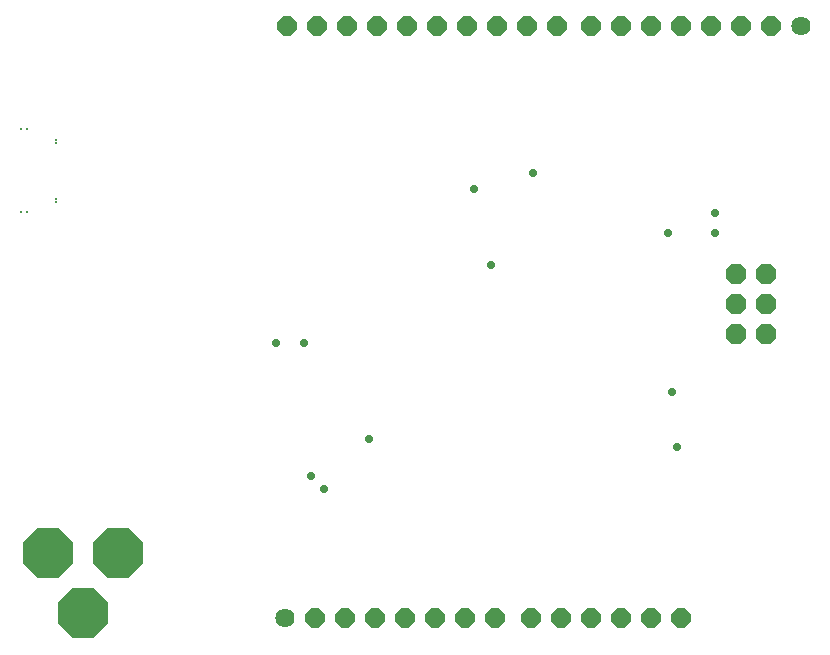
<source format=gbs>
G04*
G04 #@! TF.GenerationSoftware,Altium Limited,Altium Designer,22.2.1 (43)*
G04*
G04 Layer_Color=16711935*
%FSLAX25Y25*%
%MOIN*%
G70*
G04*
G04 #@! TF.SameCoordinates,7339C814-AE53-45AD-ACDF-668E24E4BB01*
G04*
G04*
G04 #@! TF.FilePolarity,Negative*
G04*
G01*
G75*
%ADD76C,0.00800*%
%ADD77P,0.17912X8X202.5*%
%ADD78P,0.17912X8X112.5*%
%ADD79P,0.06927X8X292.5*%
%ADD81P,0.07471X8X292.5*%
%ADD82C,0.02800*%
%ADD93C,0.06400*%
D76*
X20836Y148574D02*
D03*
Y147574D02*
D03*
X9236Y171674D02*
D03*
X20836Y167174D02*
D03*
X11236Y171674D02*
D03*
X20836Y168174D02*
D03*
X9236Y144074D02*
D03*
X11236D02*
D03*
D77*
X29921Y10630D02*
D03*
D78*
X41721Y30330D02*
D03*
X18121D02*
D03*
D79*
X188031Y206299D02*
D03*
X178032D02*
D03*
X168032D02*
D03*
X158031D02*
D03*
X148031D02*
D03*
X138031D02*
D03*
X128032D02*
D03*
X118032D02*
D03*
X108031D02*
D03*
X98032D02*
D03*
X229134Y8661D02*
D03*
X219134D02*
D03*
X209134D02*
D03*
X199134D02*
D03*
X189134D02*
D03*
X179134D02*
D03*
X107087D02*
D03*
X117087D02*
D03*
X127087D02*
D03*
X137087D02*
D03*
X147087D02*
D03*
X157087D02*
D03*
X167087D02*
D03*
X259213Y206299D02*
D03*
X249213D02*
D03*
X239213D02*
D03*
X229213D02*
D03*
X219213D02*
D03*
X209213D02*
D03*
X199213D02*
D03*
D81*
X247480Y123543D02*
D03*
X257480D02*
D03*
X247480Y113543D02*
D03*
X257480D02*
D03*
X247480Y103543D02*
D03*
X257480D02*
D03*
D82*
X165748Y126378D02*
D03*
X240551Y137008D02*
D03*
Y143701D02*
D03*
X224803Y137008D02*
D03*
X227953Y65748D02*
D03*
X226378Y84252D02*
D03*
X110236Y51968D02*
D03*
X125197Y68504D02*
D03*
X103543Y100394D02*
D03*
X94095D02*
D03*
X105905Y56299D02*
D03*
X179921Y157087D02*
D03*
X160236Y151969D02*
D03*
D93*
X97087Y8661D02*
D03*
X269213Y206299D02*
D03*
M02*

</source>
